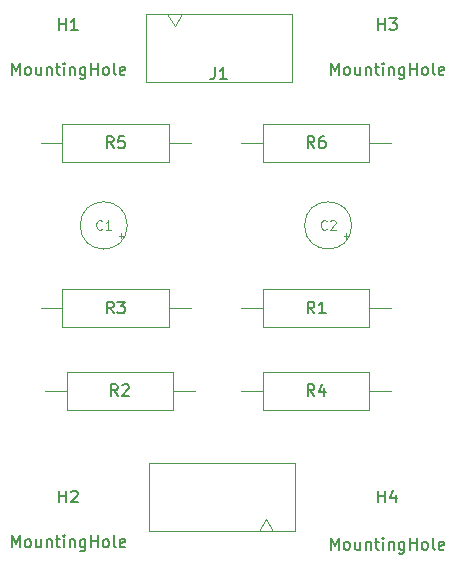
<source format=gbr>
%TF.GenerationSoftware,KiCad,Pcbnew,(6.0.6)*%
%TF.CreationDate,2022-08-24T10:35:02+01:00*%
%TF.ProjectId,board2,626f6172-6432-42e6-9b69-6361645f7063,rev?*%
%TF.SameCoordinates,Original*%
%TF.FileFunction,AssemblyDrawing,Top*%
%FSLAX46Y46*%
G04 Gerber Fmt 4.6, Leading zero omitted, Abs format (unit mm)*
G04 Created by KiCad (PCBNEW (6.0.6)) date 2022-08-24 10:35:02*
%MOMM*%
%LPD*%
G01*
G04 APERTURE LIST*
%ADD10C,0.150000*%
%ADD11C,0.120000*%
%ADD12C,0.100000*%
G04 APERTURE END LIST*
D10*
%TO.C,R1*%
X68833333Y-99452380D02*
X68500000Y-98976190D01*
X68261904Y-99452380D02*
X68261904Y-98452380D01*
X68642857Y-98452380D01*
X68738095Y-98500000D01*
X68785714Y-98547619D01*
X68833333Y-98642857D01*
X68833333Y-98785714D01*
X68785714Y-98880952D01*
X68738095Y-98928571D01*
X68642857Y-98976190D01*
X68261904Y-98976190D01*
X69785714Y-99452380D02*
X69214285Y-99452380D01*
X69500000Y-99452380D02*
X69500000Y-98452380D01*
X69404761Y-98595238D01*
X69309523Y-98690476D01*
X69214285Y-98738095D01*
D11*
%TO.C,C2*%
X69866666Y-92285714D02*
X69828571Y-92323809D01*
X69714285Y-92361904D01*
X69638095Y-92361904D01*
X69523809Y-92323809D01*
X69447619Y-92247619D01*
X69409523Y-92171428D01*
X69371428Y-92019047D01*
X69371428Y-91904761D01*
X69409523Y-91752380D01*
X69447619Y-91676190D01*
X69523809Y-91600000D01*
X69638095Y-91561904D01*
X69714285Y-91561904D01*
X69828571Y-91600000D01*
X69866666Y-91638095D01*
X70171428Y-91638095D02*
X70209523Y-91600000D01*
X70285714Y-91561904D01*
X70476190Y-91561904D01*
X70552380Y-91600000D01*
X70590476Y-91638095D01*
X70628571Y-91714285D01*
X70628571Y-91790476D01*
X70590476Y-91904761D01*
X70133333Y-92361904D01*
X70628571Y-92361904D01*
D10*
%TO.C,R2*%
X52183333Y-106452380D02*
X51850000Y-105976190D01*
X51611904Y-106452380D02*
X51611904Y-105452380D01*
X51992857Y-105452380D01*
X52088095Y-105500000D01*
X52135714Y-105547619D01*
X52183333Y-105642857D01*
X52183333Y-105785714D01*
X52135714Y-105880952D01*
X52088095Y-105928571D01*
X51992857Y-105976190D01*
X51611904Y-105976190D01*
X52564285Y-105547619D02*
X52611904Y-105500000D01*
X52707142Y-105452380D01*
X52945238Y-105452380D01*
X53040476Y-105500000D01*
X53088095Y-105547619D01*
X53135714Y-105642857D01*
X53135714Y-105738095D01*
X53088095Y-105880952D01*
X52516666Y-106452380D01*
X53135714Y-106452380D01*
D11*
%TO.C,C1*%
X50866666Y-92285714D02*
X50828571Y-92323809D01*
X50714285Y-92361904D01*
X50638095Y-92361904D01*
X50523809Y-92323809D01*
X50447619Y-92247619D01*
X50409523Y-92171428D01*
X50371428Y-92019047D01*
X50371428Y-91904761D01*
X50409523Y-91752380D01*
X50447619Y-91676190D01*
X50523809Y-91600000D01*
X50638095Y-91561904D01*
X50714285Y-91561904D01*
X50828571Y-91600000D01*
X50866666Y-91638095D01*
X51628571Y-92361904D02*
X51171428Y-92361904D01*
X51400000Y-92361904D02*
X51400000Y-91561904D01*
X51323809Y-91676190D01*
X51247619Y-91752380D01*
X51171428Y-91790476D01*
D10*
%TO.C,R6*%
X68833333Y-85452380D02*
X68500000Y-84976190D01*
X68261904Y-85452380D02*
X68261904Y-84452380D01*
X68642857Y-84452380D01*
X68738095Y-84500000D01*
X68785714Y-84547619D01*
X68833333Y-84642857D01*
X68833333Y-84785714D01*
X68785714Y-84880952D01*
X68738095Y-84928571D01*
X68642857Y-84976190D01*
X68261904Y-84976190D01*
X69690476Y-84452380D02*
X69500000Y-84452380D01*
X69404761Y-84500000D01*
X69357142Y-84547619D01*
X69261904Y-84690476D01*
X69214285Y-84880952D01*
X69214285Y-85261904D01*
X69261904Y-85357142D01*
X69309523Y-85404761D01*
X69404761Y-85452380D01*
X69595238Y-85452380D01*
X69690476Y-85404761D01*
X69738095Y-85357142D01*
X69785714Y-85261904D01*
X69785714Y-85023809D01*
X69738095Y-84928571D01*
X69690476Y-84880952D01*
X69595238Y-84833333D01*
X69404761Y-84833333D01*
X69309523Y-84880952D01*
X69261904Y-84928571D01*
X69214285Y-85023809D01*
%TO.C,R3*%
X51833333Y-99452380D02*
X51500000Y-98976190D01*
X51261904Y-99452380D02*
X51261904Y-98452380D01*
X51642857Y-98452380D01*
X51738095Y-98500000D01*
X51785714Y-98547619D01*
X51833333Y-98642857D01*
X51833333Y-98785714D01*
X51785714Y-98880952D01*
X51738095Y-98928571D01*
X51642857Y-98976190D01*
X51261904Y-98976190D01*
X52166666Y-98452380D02*
X52785714Y-98452380D01*
X52452380Y-98833333D01*
X52595238Y-98833333D01*
X52690476Y-98880952D01*
X52738095Y-98928571D01*
X52785714Y-99023809D01*
X52785714Y-99261904D01*
X52738095Y-99357142D01*
X52690476Y-99404761D01*
X52595238Y-99452380D01*
X52309523Y-99452380D01*
X52214285Y-99404761D01*
X52166666Y-99357142D01*
%TO.C,H4*%
X70214285Y-119452380D02*
X70214285Y-118452380D01*
X70547619Y-119166666D01*
X70880952Y-118452380D01*
X70880952Y-119452380D01*
X71500000Y-119452380D02*
X71404761Y-119404761D01*
X71357142Y-119357142D01*
X71309523Y-119261904D01*
X71309523Y-118976190D01*
X71357142Y-118880952D01*
X71404761Y-118833333D01*
X71500000Y-118785714D01*
X71642857Y-118785714D01*
X71738095Y-118833333D01*
X71785714Y-118880952D01*
X71833333Y-118976190D01*
X71833333Y-119261904D01*
X71785714Y-119357142D01*
X71738095Y-119404761D01*
X71642857Y-119452380D01*
X71500000Y-119452380D01*
X72690476Y-118785714D02*
X72690476Y-119452380D01*
X72261904Y-118785714D02*
X72261904Y-119309523D01*
X72309523Y-119404761D01*
X72404761Y-119452380D01*
X72547619Y-119452380D01*
X72642857Y-119404761D01*
X72690476Y-119357142D01*
X73166666Y-118785714D02*
X73166666Y-119452380D01*
X73166666Y-118880952D02*
X73214285Y-118833333D01*
X73309523Y-118785714D01*
X73452380Y-118785714D01*
X73547619Y-118833333D01*
X73595238Y-118928571D01*
X73595238Y-119452380D01*
X73928571Y-118785714D02*
X74309523Y-118785714D01*
X74071428Y-118452380D02*
X74071428Y-119309523D01*
X74119047Y-119404761D01*
X74214285Y-119452380D01*
X74309523Y-119452380D01*
X74642857Y-119452380D02*
X74642857Y-118785714D01*
X74642857Y-118452380D02*
X74595238Y-118500000D01*
X74642857Y-118547619D01*
X74690476Y-118500000D01*
X74642857Y-118452380D01*
X74642857Y-118547619D01*
X75119047Y-118785714D02*
X75119047Y-119452380D01*
X75119047Y-118880952D02*
X75166666Y-118833333D01*
X75261904Y-118785714D01*
X75404761Y-118785714D01*
X75500000Y-118833333D01*
X75547619Y-118928571D01*
X75547619Y-119452380D01*
X76452380Y-118785714D02*
X76452380Y-119595238D01*
X76404761Y-119690476D01*
X76357142Y-119738095D01*
X76261904Y-119785714D01*
X76119047Y-119785714D01*
X76023809Y-119738095D01*
X76452380Y-119404761D02*
X76357142Y-119452380D01*
X76166666Y-119452380D01*
X76071428Y-119404761D01*
X76023809Y-119357142D01*
X75976190Y-119261904D01*
X75976190Y-118976190D01*
X76023809Y-118880952D01*
X76071428Y-118833333D01*
X76166666Y-118785714D01*
X76357142Y-118785714D01*
X76452380Y-118833333D01*
X76928571Y-119452380D02*
X76928571Y-118452380D01*
X76928571Y-118928571D02*
X77500000Y-118928571D01*
X77500000Y-119452380D02*
X77500000Y-118452380D01*
X78119047Y-119452380D02*
X78023809Y-119404761D01*
X77976190Y-119357142D01*
X77928571Y-119261904D01*
X77928571Y-118976190D01*
X77976190Y-118880952D01*
X78023809Y-118833333D01*
X78119047Y-118785714D01*
X78261904Y-118785714D01*
X78357142Y-118833333D01*
X78404761Y-118880952D01*
X78452380Y-118976190D01*
X78452380Y-119261904D01*
X78404761Y-119357142D01*
X78357142Y-119404761D01*
X78261904Y-119452380D01*
X78119047Y-119452380D01*
X79023809Y-119452380D02*
X78928571Y-119404761D01*
X78880952Y-119309523D01*
X78880952Y-118452380D01*
X79785714Y-119404761D02*
X79690476Y-119452380D01*
X79500000Y-119452380D01*
X79404761Y-119404761D01*
X79357142Y-119309523D01*
X79357142Y-118928571D01*
X79404761Y-118833333D01*
X79500000Y-118785714D01*
X79690476Y-118785714D01*
X79785714Y-118833333D01*
X79833333Y-118928571D01*
X79833333Y-119023809D01*
X79357142Y-119119047D01*
X74238095Y-115452380D02*
X74238095Y-114452380D01*
X74238095Y-114928571D02*
X74809523Y-114928571D01*
X74809523Y-115452380D02*
X74809523Y-114452380D01*
X75714285Y-114785714D02*
X75714285Y-115452380D01*
X75476190Y-114404761D02*
X75238095Y-115119047D01*
X75857142Y-115119047D01*
%TO.C,H1*%
X43214285Y-79252380D02*
X43214285Y-78252380D01*
X43547619Y-78966666D01*
X43880952Y-78252380D01*
X43880952Y-79252380D01*
X44500000Y-79252380D02*
X44404761Y-79204761D01*
X44357142Y-79157142D01*
X44309523Y-79061904D01*
X44309523Y-78776190D01*
X44357142Y-78680952D01*
X44404761Y-78633333D01*
X44500000Y-78585714D01*
X44642857Y-78585714D01*
X44738095Y-78633333D01*
X44785714Y-78680952D01*
X44833333Y-78776190D01*
X44833333Y-79061904D01*
X44785714Y-79157142D01*
X44738095Y-79204761D01*
X44642857Y-79252380D01*
X44500000Y-79252380D01*
X45690476Y-78585714D02*
X45690476Y-79252380D01*
X45261904Y-78585714D02*
X45261904Y-79109523D01*
X45309523Y-79204761D01*
X45404761Y-79252380D01*
X45547619Y-79252380D01*
X45642857Y-79204761D01*
X45690476Y-79157142D01*
X46166666Y-78585714D02*
X46166666Y-79252380D01*
X46166666Y-78680952D02*
X46214285Y-78633333D01*
X46309523Y-78585714D01*
X46452380Y-78585714D01*
X46547619Y-78633333D01*
X46595238Y-78728571D01*
X46595238Y-79252380D01*
X46928571Y-78585714D02*
X47309523Y-78585714D01*
X47071428Y-78252380D02*
X47071428Y-79109523D01*
X47119047Y-79204761D01*
X47214285Y-79252380D01*
X47309523Y-79252380D01*
X47642857Y-79252380D02*
X47642857Y-78585714D01*
X47642857Y-78252380D02*
X47595238Y-78300000D01*
X47642857Y-78347619D01*
X47690476Y-78300000D01*
X47642857Y-78252380D01*
X47642857Y-78347619D01*
X48119047Y-78585714D02*
X48119047Y-79252380D01*
X48119047Y-78680952D02*
X48166666Y-78633333D01*
X48261904Y-78585714D01*
X48404761Y-78585714D01*
X48500000Y-78633333D01*
X48547619Y-78728571D01*
X48547619Y-79252380D01*
X49452380Y-78585714D02*
X49452380Y-79395238D01*
X49404761Y-79490476D01*
X49357142Y-79538095D01*
X49261904Y-79585714D01*
X49119047Y-79585714D01*
X49023809Y-79538095D01*
X49452380Y-79204761D02*
X49357142Y-79252380D01*
X49166666Y-79252380D01*
X49071428Y-79204761D01*
X49023809Y-79157142D01*
X48976190Y-79061904D01*
X48976190Y-78776190D01*
X49023809Y-78680952D01*
X49071428Y-78633333D01*
X49166666Y-78585714D01*
X49357142Y-78585714D01*
X49452380Y-78633333D01*
X49928571Y-79252380D02*
X49928571Y-78252380D01*
X49928571Y-78728571D02*
X50500000Y-78728571D01*
X50500000Y-79252380D02*
X50500000Y-78252380D01*
X51119047Y-79252380D02*
X51023809Y-79204761D01*
X50976190Y-79157142D01*
X50928571Y-79061904D01*
X50928571Y-78776190D01*
X50976190Y-78680952D01*
X51023809Y-78633333D01*
X51119047Y-78585714D01*
X51261904Y-78585714D01*
X51357142Y-78633333D01*
X51404761Y-78680952D01*
X51452380Y-78776190D01*
X51452380Y-79061904D01*
X51404761Y-79157142D01*
X51357142Y-79204761D01*
X51261904Y-79252380D01*
X51119047Y-79252380D01*
X52023809Y-79252380D02*
X51928571Y-79204761D01*
X51880952Y-79109523D01*
X51880952Y-78252380D01*
X52785714Y-79204761D02*
X52690476Y-79252380D01*
X52500000Y-79252380D01*
X52404761Y-79204761D01*
X52357142Y-79109523D01*
X52357142Y-78728571D01*
X52404761Y-78633333D01*
X52500000Y-78585714D01*
X52690476Y-78585714D01*
X52785714Y-78633333D01*
X52833333Y-78728571D01*
X52833333Y-78823809D01*
X52357142Y-78919047D01*
X47238095Y-75452380D02*
X47238095Y-74452380D01*
X47238095Y-74928571D02*
X47809523Y-74928571D01*
X47809523Y-75452380D02*
X47809523Y-74452380D01*
X48809523Y-75452380D02*
X48238095Y-75452380D01*
X48523809Y-75452380D02*
X48523809Y-74452380D01*
X48428571Y-74595238D01*
X48333333Y-74690476D01*
X48238095Y-74738095D01*
%TO.C,R5*%
X51833333Y-85452380D02*
X51500000Y-84976190D01*
X51261904Y-85452380D02*
X51261904Y-84452380D01*
X51642857Y-84452380D01*
X51738095Y-84500000D01*
X51785714Y-84547619D01*
X51833333Y-84642857D01*
X51833333Y-84785714D01*
X51785714Y-84880952D01*
X51738095Y-84928571D01*
X51642857Y-84976190D01*
X51261904Y-84976190D01*
X52738095Y-84452380D02*
X52261904Y-84452380D01*
X52214285Y-84928571D01*
X52261904Y-84880952D01*
X52357142Y-84833333D01*
X52595238Y-84833333D01*
X52690476Y-84880952D01*
X52738095Y-84928571D01*
X52785714Y-85023809D01*
X52785714Y-85261904D01*
X52738095Y-85357142D01*
X52690476Y-85404761D01*
X52595238Y-85452380D01*
X52357142Y-85452380D01*
X52261904Y-85404761D01*
X52214285Y-85357142D01*
%TO.C,R4*%
X68833333Y-106452380D02*
X68500000Y-105976190D01*
X68261904Y-106452380D02*
X68261904Y-105452380D01*
X68642857Y-105452380D01*
X68738095Y-105500000D01*
X68785714Y-105547619D01*
X68833333Y-105642857D01*
X68833333Y-105785714D01*
X68785714Y-105880952D01*
X68738095Y-105928571D01*
X68642857Y-105976190D01*
X68261904Y-105976190D01*
X69690476Y-105785714D02*
X69690476Y-106452380D01*
X69452380Y-105404761D02*
X69214285Y-106119047D01*
X69833333Y-106119047D01*
%TO.C,H2*%
X43214285Y-119252380D02*
X43214285Y-118252380D01*
X43547619Y-118966666D01*
X43880952Y-118252380D01*
X43880952Y-119252380D01*
X44500000Y-119252380D02*
X44404761Y-119204761D01*
X44357142Y-119157142D01*
X44309523Y-119061904D01*
X44309523Y-118776190D01*
X44357142Y-118680952D01*
X44404761Y-118633333D01*
X44500000Y-118585714D01*
X44642857Y-118585714D01*
X44738095Y-118633333D01*
X44785714Y-118680952D01*
X44833333Y-118776190D01*
X44833333Y-119061904D01*
X44785714Y-119157142D01*
X44738095Y-119204761D01*
X44642857Y-119252380D01*
X44500000Y-119252380D01*
X45690476Y-118585714D02*
X45690476Y-119252380D01*
X45261904Y-118585714D02*
X45261904Y-119109523D01*
X45309523Y-119204761D01*
X45404761Y-119252380D01*
X45547619Y-119252380D01*
X45642857Y-119204761D01*
X45690476Y-119157142D01*
X46166666Y-118585714D02*
X46166666Y-119252380D01*
X46166666Y-118680952D02*
X46214285Y-118633333D01*
X46309523Y-118585714D01*
X46452380Y-118585714D01*
X46547619Y-118633333D01*
X46595238Y-118728571D01*
X46595238Y-119252380D01*
X46928571Y-118585714D02*
X47309523Y-118585714D01*
X47071428Y-118252380D02*
X47071428Y-119109523D01*
X47119047Y-119204761D01*
X47214285Y-119252380D01*
X47309523Y-119252380D01*
X47642857Y-119252380D02*
X47642857Y-118585714D01*
X47642857Y-118252380D02*
X47595238Y-118300000D01*
X47642857Y-118347619D01*
X47690476Y-118300000D01*
X47642857Y-118252380D01*
X47642857Y-118347619D01*
X48119047Y-118585714D02*
X48119047Y-119252380D01*
X48119047Y-118680952D02*
X48166666Y-118633333D01*
X48261904Y-118585714D01*
X48404761Y-118585714D01*
X48500000Y-118633333D01*
X48547619Y-118728571D01*
X48547619Y-119252380D01*
X49452380Y-118585714D02*
X49452380Y-119395238D01*
X49404761Y-119490476D01*
X49357142Y-119538095D01*
X49261904Y-119585714D01*
X49119047Y-119585714D01*
X49023809Y-119538095D01*
X49452380Y-119204761D02*
X49357142Y-119252380D01*
X49166666Y-119252380D01*
X49071428Y-119204761D01*
X49023809Y-119157142D01*
X48976190Y-119061904D01*
X48976190Y-118776190D01*
X49023809Y-118680952D01*
X49071428Y-118633333D01*
X49166666Y-118585714D01*
X49357142Y-118585714D01*
X49452380Y-118633333D01*
X49928571Y-119252380D02*
X49928571Y-118252380D01*
X49928571Y-118728571D02*
X50500000Y-118728571D01*
X50500000Y-119252380D02*
X50500000Y-118252380D01*
X51119047Y-119252380D02*
X51023809Y-119204761D01*
X50976190Y-119157142D01*
X50928571Y-119061904D01*
X50928571Y-118776190D01*
X50976190Y-118680952D01*
X51023809Y-118633333D01*
X51119047Y-118585714D01*
X51261904Y-118585714D01*
X51357142Y-118633333D01*
X51404761Y-118680952D01*
X51452380Y-118776190D01*
X51452380Y-119061904D01*
X51404761Y-119157142D01*
X51357142Y-119204761D01*
X51261904Y-119252380D01*
X51119047Y-119252380D01*
X52023809Y-119252380D02*
X51928571Y-119204761D01*
X51880952Y-119109523D01*
X51880952Y-118252380D01*
X52785714Y-119204761D02*
X52690476Y-119252380D01*
X52500000Y-119252380D01*
X52404761Y-119204761D01*
X52357142Y-119109523D01*
X52357142Y-118728571D01*
X52404761Y-118633333D01*
X52500000Y-118585714D01*
X52690476Y-118585714D01*
X52785714Y-118633333D01*
X52833333Y-118728571D01*
X52833333Y-118823809D01*
X52357142Y-118919047D01*
X47238095Y-115452380D02*
X47238095Y-114452380D01*
X47238095Y-114928571D02*
X47809523Y-114928571D01*
X47809523Y-115452380D02*
X47809523Y-114452380D01*
X48238095Y-114547619D02*
X48285714Y-114500000D01*
X48380952Y-114452380D01*
X48619047Y-114452380D01*
X48714285Y-114500000D01*
X48761904Y-114547619D01*
X48809523Y-114642857D01*
X48809523Y-114738095D01*
X48761904Y-114880952D01*
X48190476Y-115452380D01*
X48809523Y-115452380D01*
%TO.C,J1*%
X60416666Y-78627380D02*
X60416666Y-79341666D01*
X60369047Y-79484523D01*
X60273809Y-79579761D01*
X60130952Y-79627380D01*
X60035714Y-79627380D01*
X61416666Y-79627380D02*
X60845238Y-79627380D01*
X61130952Y-79627380D02*
X61130952Y-78627380D01*
X61035714Y-78770238D01*
X60940476Y-78865476D01*
X60845238Y-78913095D01*
%TO.C,H3*%
X70214285Y-79252380D02*
X70214285Y-78252380D01*
X70547619Y-78966666D01*
X70880952Y-78252380D01*
X70880952Y-79252380D01*
X71500000Y-79252380D02*
X71404761Y-79204761D01*
X71357142Y-79157142D01*
X71309523Y-79061904D01*
X71309523Y-78776190D01*
X71357142Y-78680952D01*
X71404761Y-78633333D01*
X71500000Y-78585714D01*
X71642857Y-78585714D01*
X71738095Y-78633333D01*
X71785714Y-78680952D01*
X71833333Y-78776190D01*
X71833333Y-79061904D01*
X71785714Y-79157142D01*
X71738095Y-79204761D01*
X71642857Y-79252380D01*
X71500000Y-79252380D01*
X72690476Y-78585714D02*
X72690476Y-79252380D01*
X72261904Y-78585714D02*
X72261904Y-79109523D01*
X72309523Y-79204761D01*
X72404761Y-79252380D01*
X72547619Y-79252380D01*
X72642857Y-79204761D01*
X72690476Y-79157142D01*
X73166666Y-78585714D02*
X73166666Y-79252380D01*
X73166666Y-78680952D02*
X73214285Y-78633333D01*
X73309523Y-78585714D01*
X73452380Y-78585714D01*
X73547619Y-78633333D01*
X73595238Y-78728571D01*
X73595238Y-79252380D01*
X73928571Y-78585714D02*
X74309523Y-78585714D01*
X74071428Y-78252380D02*
X74071428Y-79109523D01*
X74119047Y-79204761D01*
X74214285Y-79252380D01*
X74309523Y-79252380D01*
X74642857Y-79252380D02*
X74642857Y-78585714D01*
X74642857Y-78252380D02*
X74595238Y-78300000D01*
X74642857Y-78347619D01*
X74690476Y-78300000D01*
X74642857Y-78252380D01*
X74642857Y-78347619D01*
X75119047Y-78585714D02*
X75119047Y-79252380D01*
X75119047Y-78680952D02*
X75166666Y-78633333D01*
X75261904Y-78585714D01*
X75404761Y-78585714D01*
X75500000Y-78633333D01*
X75547619Y-78728571D01*
X75547619Y-79252380D01*
X76452380Y-78585714D02*
X76452380Y-79395238D01*
X76404761Y-79490476D01*
X76357142Y-79538095D01*
X76261904Y-79585714D01*
X76119047Y-79585714D01*
X76023809Y-79538095D01*
X76452380Y-79204761D02*
X76357142Y-79252380D01*
X76166666Y-79252380D01*
X76071428Y-79204761D01*
X76023809Y-79157142D01*
X75976190Y-79061904D01*
X75976190Y-78776190D01*
X76023809Y-78680952D01*
X76071428Y-78633333D01*
X76166666Y-78585714D01*
X76357142Y-78585714D01*
X76452380Y-78633333D01*
X76928571Y-79252380D02*
X76928571Y-78252380D01*
X76928571Y-78728571D02*
X77500000Y-78728571D01*
X77500000Y-79252380D02*
X77500000Y-78252380D01*
X78119047Y-79252380D02*
X78023809Y-79204761D01*
X77976190Y-79157142D01*
X77928571Y-79061904D01*
X77928571Y-78776190D01*
X77976190Y-78680952D01*
X78023809Y-78633333D01*
X78119047Y-78585714D01*
X78261904Y-78585714D01*
X78357142Y-78633333D01*
X78404761Y-78680952D01*
X78452380Y-78776190D01*
X78452380Y-79061904D01*
X78404761Y-79157142D01*
X78357142Y-79204761D01*
X78261904Y-79252380D01*
X78119047Y-79252380D01*
X79023809Y-79252380D02*
X78928571Y-79204761D01*
X78880952Y-79109523D01*
X78880952Y-78252380D01*
X79785714Y-79204761D02*
X79690476Y-79252380D01*
X79500000Y-79252380D01*
X79404761Y-79204761D01*
X79357142Y-79109523D01*
X79357142Y-78728571D01*
X79404761Y-78633333D01*
X79500000Y-78585714D01*
X79690476Y-78585714D01*
X79785714Y-78633333D01*
X79833333Y-78728571D01*
X79833333Y-78823809D01*
X79357142Y-78919047D01*
X74238095Y-75452380D02*
X74238095Y-74452380D01*
X74238095Y-74928571D02*
X74809523Y-74928571D01*
X74809523Y-75452380D02*
X74809523Y-74452380D01*
X75190476Y-74452380D02*
X75809523Y-74452380D01*
X75476190Y-74833333D01*
X75619047Y-74833333D01*
X75714285Y-74880952D01*
X75761904Y-74928571D01*
X75809523Y-75023809D01*
X75809523Y-75261904D01*
X75761904Y-75357142D01*
X75714285Y-75404761D01*
X75619047Y-75452380D01*
X75333333Y-75452380D01*
X75238095Y-75404761D01*
X75190476Y-75357142D01*
D12*
%TO.C,R1*%
X64500000Y-97400000D02*
X64500000Y-100600000D01*
X73500000Y-100600000D02*
X73500000Y-97400000D01*
X75350000Y-99000000D02*
X73500000Y-99000000D01*
X62650000Y-99000000D02*
X64500000Y-99000000D01*
X64500000Y-100600000D02*
X73500000Y-100600000D01*
X73500000Y-97400000D02*
X64500000Y-97400000D01*
%TO.C,C2*%
X71502554Y-93067500D02*
X71502554Y-92667500D01*
X71702554Y-92867500D02*
X71302554Y-92867500D01*
X72000000Y-92000000D02*
G75*
G03*
X72000000Y-92000000I-2000000J0D01*
G01*
%TO.C,J2*%
X54800000Y-117875000D02*
X67200000Y-117875000D01*
X54800000Y-112125000D02*
X54800000Y-117875000D01*
X67200000Y-117875000D02*
X67200000Y-112125000D01*
X64750000Y-116875000D02*
X64125000Y-117875000D01*
X65375000Y-117875000D02*
X64750000Y-116875000D01*
X67200000Y-112125000D02*
X54800000Y-112125000D01*
%TO.C,R2*%
X47850000Y-107600000D02*
X56850000Y-107600000D01*
X58700000Y-106000000D02*
X56850000Y-106000000D01*
X47850000Y-104400000D02*
X47850000Y-107600000D01*
X46000000Y-106000000D02*
X47850000Y-106000000D01*
X56850000Y-104400000D02*
X47850000Y-104400000D01*
X56850000Y-107600000D02*
X56850000Y-104400000D01*
%TO.C,C1*%
X52702554Y-92867500D02*
X52302554Y-92867500D01*
X52502554Y-93067500D02*
X52502554Y-92667500D01*
X53000000Y-92000000D02*
G75*
G03*
X53000000Y-92000000I-2000000J0D01*
G01*
%TO.C,R6*%
X64500000Y-83400000D02*
X64500000Y-86600000D01*
X73500000Y-83400000D02*
X64500000Y-83400000D01*
X75350000Y-85000000D02*
X73500000Y-85000000D01*
X62650000Y-85000000D02*
X64500000Y-85000000D01*
X73500000Y-86600000D02*
X73500000Y-83400000D01*
X64500000Y-86600000D02*
X73500000Y-86600000D01*
%TO.C,R3*%
X47500000Y-100600000D02*
X56500000Y-100600000D01*
X45650000Y-99000000D02*
X47500000Y-99000000D01*
X56500000Y-100600000D02*
X56500000Y-97400000D01*
X58350000Y-99000000D02*
X56500000Y-99000000D01*
X47500000Y-97400000D02*
X47500000Y-100600000D01*
X56500000Y-97400000D02*
X47500000Y-97400000D01*
%TO.C,R5*%
X58350000Y-85000000D02*
X56500000Y-85000000D01*
X56500000Y-83400000D02*
X47500000Y-83400000D01*
X47500000Y-86600000D02*
X56500000Y-86600000D01*
X47500000Y-83400000D02*
X47500000Y-86600000D01*
X45650000Y-85000000D02*
X47500000Y-85000000D01*
X56500000Y-86600000D02*
X56500000Y-83400000D01*
%TO.C,R4*%
X73500000Y-104400000D02*
X64500000Y-104400000D01*
X64500000Y-107600000D02*
X73500000Y-107600000D01*
X73500000Y-107600000D02*
X73500000Y-104400000D01*
X62650000Y-106000000D02*
X64500000Y-106000000D01*
X75350000Y-106000000D02*
X73500000Y-106000000D01*
X64500000Y-104400000D02*
X64500000Y-107600000D01*
%TO.C,J1*%
X66950000Y-79875000D02*
X66950000Y-74125000D01*
X54550000Y-74125000D02*
X54550000Y-79875000D01*
X54550000Y-79875000D02*
X66950000Y-79875000D01*
X56375000Y-74125000D02*
X57000000Y-75125000D01*
X66950000Y-74125000D02*
X54550000Y-74125000D01*
X57000000Y-75125000D02*
X57625000Y-74125000D01*
%TD*%
M02*

</source>
